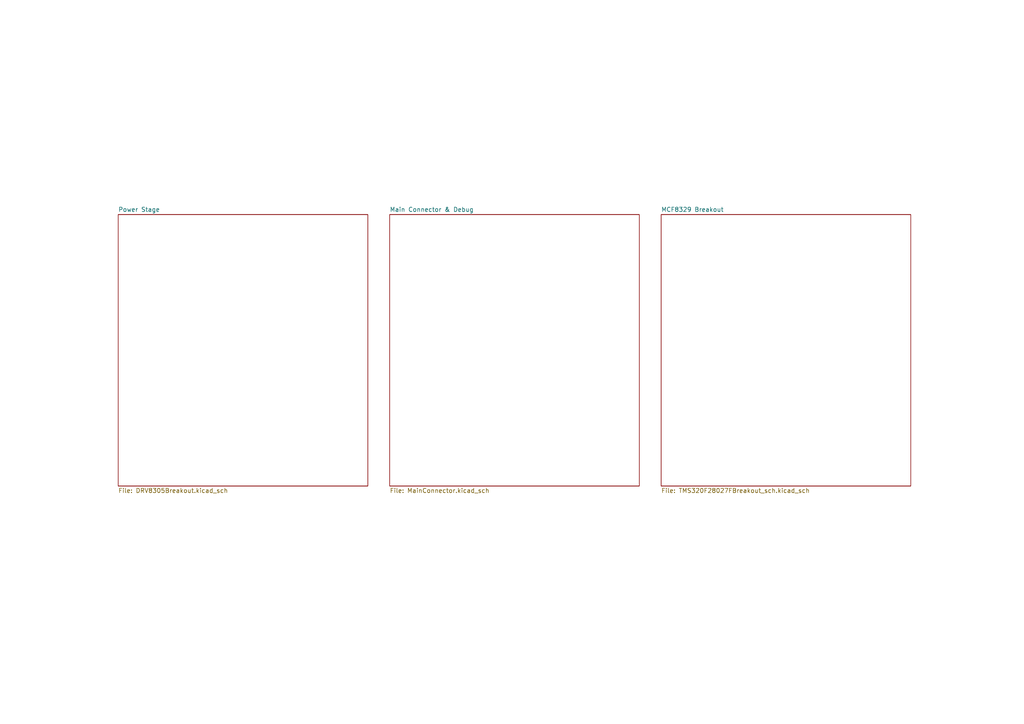
<source format=kicad_sch>
(kicad_sch
	(version 20231120)
	(generator "eeschema")
	(generator_version "8.0")
	(uuid "6c304649-7c80-4a4c-b925-07b9210ad53d")
	(paper "A4")
	(title_block
		(title "Easy BLDC")
		(date "2024-08-06")
		(rev "2.0")
		(company "Peter Buckley Engineering")
	)
	(lib_symbols)
	(sheet
		(at 113.03 62.23)
		(size 72.39 78.74)
		(fields_autoplaced yes)
		(stroke
			(width 0.1524)
			(type solid)
		)
		(fill
			(color 0 0 0 0.0000)
		)
		(uuid "22fb4715-9f33-45f1-b8d4-9537d945fe69")
		(property "Sheetname" "Main Connector & Debug"
			(at 113.03 61.5184 0)
			(effects
				(font
					(size 1.27 1.27)
				)
				(justify left bottom)
			)
		)
		(property "Sheetfile" "MainConnector.kicad_sch"
			(at 113.03 141.5546 0)
			(effects
				(font
					(size 1.27 1.27)
				)
				(justify left top)
			)
		)
		(instances
			(project "EasyBLDCV3_STM32"
				(path "/6c304649-7c80-4a4c-b925-07b9210ad53d"
					(page "1")
				)
			)
		)
	)
	(sheet
		(at 191.77 62.23)
		(size 72.39 78.74)
		(fields_autoplaced yes)
		(stroke
			(width 0.1524)
			(type solid)
		)
		(fill
			(color 0 0 0 0.0000)
		)
		(uuid "8049925a-2faa-4187-b86e-b6208aed2e10")
		(property "Sheetname" "MCF8329 Breakout"
			(at 191.77 61.5184 0)
			(effects
				(font
					(size 1.27 1.27)
				)
				(justify left bottom)
			)
		)
		(property "Sheetfile" "TMS320F28027FBreakout_sch.kicad_sch"
			(at 191.77 141.5546 0)
			(effects
				(font
					(size 1.27 1.27)
				)
				(justify left top)
			)
		)
		(instances
			(project "EasyBLDCV3_STM32"
				(path "/6c304649-7c80-4a4c-b925-07b9210ad53d"
					(page "3")
				)
			)
		)
	)
	(sheet
		(at 34.29 62.23)
		(size 72.39 78.74)
		(fields_autoplaced yes)
		(stroke
			(width 0.1524)
			(type solid)
		)
		(fill
			(color 0 0 0 0.0000)
		)
		(uuid "8a0cf24a-00c0-47a8-b582-1a7bbe5ca078")
		(property "Sheetname" "Power Stage"
			(at 34.29 61.5184 0)
			(effects
				(font
					(size 1.27 1.27)
				)
				(justify left bottom)
			)
		)
		(property "Sheetfile" "DRV8305Breakout.kicad_sch"
			(at 34.29 141.5546 0)
			(effects
				(font
					(size 1.27 1.27)
				)
				(justify left top)
			)
		)
		(instances
			(project "EasyBLDCV3_STM32"
				(path "/6c304649-7c80-4a4c-b925-07b9210ad53d"
					(page "2")
				)
			)
		)
	)
	(sheet_instances
		(path "/"
			(page "1")
		)
	)
)

</source>
